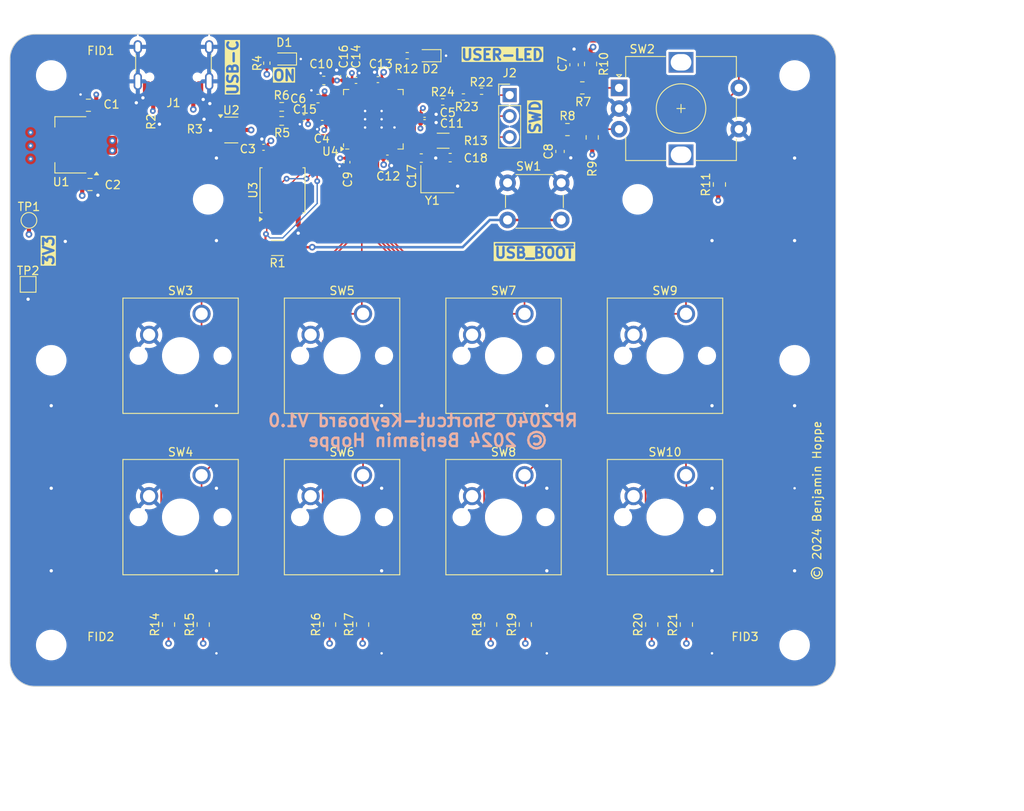
<source format=kicad_pcb>
(kicad_pcb (version 20240108) (generator "pcbnew") (generator_version "8.0")
  (title_block (title "PCB") (date "2025-02-02") (rev "V1") (company "© 2024 Benjamin Hoppe"))
  (layers (0 "F.Cu" signal) (1 "In1.Cu" power "GND.Cu") (2 "In2.Cu" power "POWER.Cu") (31 "B.Cu" signal) (34 "B.Paste" user) (35 "F.Paste" user) (36 "B.SilkS" user "B.Silkscreen") (37 "F.SilkS" user "F.Silkscreen") (38 "B.Mask" user) (39 "F.Mask" user) (44 "Edge.Cuts" user))
  (net 0 "")
  (net 1 "+1V1")
  (net 2 "GND")
  (net 3 "+3V3")
  (net 4 "VBUS")
  (net 5 "/MCU/XIN")
  (net 6 "Net-(D1-A)")
  (net 7 "Net-(D2-A)")
  (net 8 "/MCU/RUN")
  (net 9 "/MCU/SW.D")
  (net 10 "/MCU/SW.CLK")
  (net 11 "/MCU/USBC_D-")
  (net 12 "/MCU/USBC_D+")
  (net 15 "/MCU/~{USB_BOOT}")
  (net 16 "/MCU/QSPI.SS")
  (net 17 "/MCU/XOUT")
  (net 18 "/Connector/Key1")
  (net 19 "/Connector/Key2")
  (net 20 "/Connector/Key3")
  (net 21 "/Connector/Key4")
  (net 22 "/Connector/Key5")
  (net 23 "/Connector/Key6")
  (net 24 "/Connector/Key7")
  (net 25 "/Connector/Key8")
  (net 26 "Net-(U4-USB_DP)")
  (net 27 "/MCU/USER_LED")
  (net 28 "Net-(U4-USB_DM)")
  (net 29 "/MCU/ENC.B")
  (net 30 "/MCU/ENC.A")
  (net 47 "/MCU/QSPI.SD3")
  (net 48 "/MCU/QSPI.SCLK")
  (net 49 "/MCU/QSPI.SD0")
  (net 50 "/MCU/QSPI.SD2")
  (net 51 "/MCU/QSPI.SD1")
  (net 52 "/MCU/USB_D+")
  (net 53 "/MCU/USB_D-")
  (net 56 "/MCU/ENCODER.B")
  (net 57 "/MCU/ENCODER.A")
  (net 58 "/MCU/ENCODERSW")
  (net 59 "Net-(C18-Pad1)")
  (net 60 "/MCU/RUN_CON")
  (net 61 "/MCU/SW_CON")
  (net 62 "/MCU/SWCLK_CON")
  (net 63 "/MCU/USB_CON_CC2")
  (net 64 "/MCU/USB_CON_CC1")
  (footprint "TestPoint:TestPoint_Pad_D1.5mm" (layer "F.Cu") (at 37.3 60.55)
    (property "Reference" "TP1")
    (property "Value" "TP_3V3")
  )
  (footprint "Capacitor_SMD:C_0603_1608Metric" (layer "F.Cu") (at 101.6 52.2 -90)
    (property "Reference" "C8")
    (property "Value" "10nF")
  )
  (footprint "Capacitor_SMD:C_0603_1608Metric" (layer "F.Cu") (at 103.3 41.7 90)
    (property "Reference" "C7")
    (property "Value" "10nF")
  )
  (footprint "Capacitor_SMD:C_0402_1005Metric" (layer "F.Cu") (at 85.2 47.7)
    (property "Reference" "C5")
    (property "Value" "100nF")
  )
  (footprint "Button_Switch_Keyboard:SW_Cherry_MX_1.00u_PCB" (layer "F.Cu") (at 116.85 71.87)
    (property "Reference" "SW9")
    (property "Value" "SW_Push")
  )
  (footprint "Resistor_SMD:R_1206_3216Metric" (layer "F.Cu") (at 67.4 63.9 180)
    (property "Reference" "R1")
    (property "Value" "1k")
  )
  (footprint "TestPoint:TestPoint_Pad_1.5x1.5mm" (layer "F.Cu") (at 37.2 68.3)
    (property "Reference" "TP2")
    (property "Value" "TP_GND")
  )
  (footprint "Resistor_SMD:R_0805_2012Metric" (layer "F.Cu") (at 77.7 109.5125 90)
    (property "Reference" "R17")
    (property "Value" "10k")
  )
  (footprint "Button_Switch_Keyboard:SW_Cherry_MX_1.00u_PCB" (layer "F.Cu") (at 97.3 91.42)
    (property "Reference" "SW8")
    (property "Value" "SW_Push")
  )
  (footprint "MountingHole:MountingHole_3.2mm_M3" (layer "F.Cu") (at 40 112)
    (property "Reference" "H4" (hide yes))
    (property "Value" "MountingHole")
  )
  (footprint "Resistor_SMD:R_0402_1005Metric" (layer "F.Cu") (at 92.1 44.9)
    (property "Reference" "R22")
    (property "Value" "49R9")
  )
  (footprint "Capacitor_SMD:C_0805_2012Metric" (layer "F.Cu") (at 44.5 46.6 180)
    (property "Reference" "C1")
    (property "Value" "10uF")
  )
  (footprint "Capacitor_SMD:C_0402_1005Metric" (layer "F.Cu") (at 70.6 48.1 180)
    (property "Reference" "C15")
    (property "Value" "100nF")
  )
  (footprint "Resistor_SMD:R_0603_1608Metric" (layer "F.Cu") (at 67.9 46.8)
    (property "Reference" "R6")
    (property "Value" "27")
  )
  (footprint "Resistor_SMD:R_1206_3216Metric" (layer "F.Cu") (at 87.45 50.9 180)
    (property "Reference" "R13")
    (property "Value" "1k")
  )
  (footprint "Resistor_SMD:R_0805_2012Metric" (layer "F.Cu") (at 112.7 109.5125 90)
    (property "Reference" "R20")
    (property "Value" "10k")
  )
  (footprint "Capacitor_SMD:C_0402_1005Metric" (layer "F.Cu") (at 85.2 48.7)
    (property "Reference" "C11")
    (property "Value" "100nF")
  )
  (footprint "Resistor_SMD:R_0805_2012Metric" (layer "F.Cu") (at 54.2 109.5125 90)
    (property "Reference" "R14")
    (property "Value" "10k")
  )
  (footprint "LED_SMD:LED_0603_1608Metric" (layer "F.Cu") (at 85.7 40.6 180)
    (property "Reference" "D2")
    (property "Value" "KT-0603R (red)")
  )
  (footprint "Capacitor_SMD:C_0402_1005Metric" (layer "F.Cu") (at 72.8 48.8 180)
    (property "Reference" "C4")
    (property "Value" "100nF")
  )
  (footprint "Capacitor_SMD:C_0402_1005Metric" (layer "F.Cu") (at 65.7 51.7 180)
    (property "Reference" "C3")
    (property "Value" "100nF")
  )
  (footprint "Button_Switch_Keyboard:SW_Cherry_MX_1.00u_PCB" (layer "F.Cu") (at 58.2 71.87)
    (property "Reference" "SW3")
    (property "Value" "SW_Push")
  )
  (footprint "Resistor_SMD:R_0402_1005Metric" (layer "F.Cu") (at 87.4 46.2)
    (property "Reference" "R24")
    (property "Value" "49R9")
  )
  (footprint "Capacitor_SMD:C_0402_1005Metric" (layer "F.Cu") (at 75.4 43.1 90)
    (property "Reference" "C16")
    (property "Value" "100nF")
  )
  (footprint "Resistor_SMD:R_0805_2012Metric" (layer "F.Cu") (at 105.5 50.5 90)
    (property "Reference" "R9")
    (property "Value" "10k")
  )
  (footprint "Resistor_SMD:R_0805_2012Metric" (layer "F.Cu") (at 93.2 109.5125 90)
    (property "Reference" "R18")
    (property "Value" "10k")
  )
  (footprint "Resistor_SMD:R_0805_2012Metric" (layer "F.Cu") (at 73.7 109.5125 90)
    (property "Reference" "R16")
    (property "Value" "10k")
  )
  (footprint "Capacitor_SMD:C_0603_1608Metric" (layer "F.Cu") (at 88.3 52.95 180)
    (property "Reference" "C18")
    (property "Value" "15pF")
  )
  (footprint "Resistor_SMD:R_0402_1005Metric" (layer "F.Cu") (at 66.1 41.5 90)
    (property "Reference" "R4")
    (property "Value" "220")
  )
  (footprint "MountingHole:MountingHole_3.2mm_M3" (layer "F.Cu") (at 130 43)
    (property "Reference" "H2" (hide yes))
    (property "Value" "MountingHole")
  )
  (footprint "Fiducial:Fiducial_1mm_Mask2mm" (layer "F.Cu") (at 46 42)
    (property "Reference" "FID1")
    (property "Value" "Fiducial")
  )
  (footprint "Resistor_SMD:R_0805_2012Metric" (layer "F.Cu") (at 58.4 109.5125 90)
    (property "Reference" "R15")
    (property "Value" "10k")
  )
  (footprint "Resistor_SMD:R_0201_0603Metric" (layer "F.Cu") (at 53.1 47.7 -90)
    (property "Reference" "R2")
    (property "Value" "5k1")
  )
  (footprint "Capacitor_SMD:C_0402_1005Metric" (layer "F.Cu") (at 76.9 43.6)
    (property "Reference" "C14")
    (property "Value" "100nF")
  )
  (footprint "Capacitor_SMD:C_0603_1608Metric" (layer "F.Cu") (at 72.3 45.8 180)
    (property "Reference" "C6")
    (property "Value" "1uF")
  )
  (footprint "Resistor_SMD:R_0402_1005Metric" (layer "F.Cu") (at 83.1 40.6)
    (property "Reference" "R12")
    (property "Value" "470")
  )
  (footprint "Capacitor_SMD:C_0603_1608Metric" (layer "F.Cu") (at 84.8 53)
    (property "Reference" "C17")
    (property "Value" "15pF")
  )
  (footprint "Resistor_SMD:R_0402_1005Metric" (layer "F.Cu") (at 89.9 45.6)
    (property "Reference" "R23")
    (property "Value" "49R9")
  )
  (footprint "Package_TO_SOT_SMD:SOT-223-3_TabPin2" (layer "F.Cu") (at 42.35 51.4 180)
    (property "Reference" "U1")
    (property "Value" "NCP1117-3.3_SOT223")
  )
  (footprint "Fiducial:Fiducial_1mm_Mask2mm" (layer "F.Cu") (at 124 113)
    (property "Reference" "FID3")
    (property "Value" "Fiducial")
  )
  (footprint "LED_SMD:LED_0603_1608Metric" (layer "F.Cu") (at 68.2125 41 180)
    (property "Reference" "D1")
    (property "Value" "SML-D12Y8WT86R (yellow)")
  )
  (footprint "Button_Switch_Keyboard:SW_Cherry_MX_1.00u_PCB" (layer "F.Cu") (at 77.75 71.87)
    (property "Reference" "SW5")
    (property "Value" "SW_Push")
  )
  (footprint "Capacitor_SMD:C_0805_2012Metric" (layer "F.Cu") (at 44.7 56.2)
    (property "Reference" "C2")
    (property "Value" "10uF")
  )
  (footprint "MountingHole:MountingHole_3.2mm_M3" (layer "F.Cu") (at 40 43)
    (property "Reference" "H1" (hide yes))
    (property "Value" "MountingHole")
  )
  (footprint "Button_Switch_Keyboard:SW_Cherry_MX_1.00u_PCB" (layer "F.Cu") (at 77.75 91.42)
    (property "Reference" "SW6")
    (property "Value" "SW_Push")
  )
  (footprint "Capacitor_SMD:C_0402_1005Metric" (layer "F.Cu") (at 79.55 43.5 180)
    (property "Reference" "C13")
    (property "Value" "100nF")
  )
  (footprint "Fiducial:Fiducial_1mm_Mask2mm" (layer "F.Cu") (at 46 113)
    (property "Reference" "FID2")
    (property "Value" "Fiducial")
  )
  (footprint "Resistor_SMD:R_0805_2012Metric" (layer "F.Cu") (at 104.3 44.5)
    (property "Reference" "R7")
    (property "Value" "10k")
  )
  (footprint "Button_Switch_THT:SW_PUSH_6mm_H5mm" (layer "F.Cu") (at 95.25 56)
    (property "Reference" "SW1")
    (property "Value" "SW_Push")
  )
  (footprint "MountingHole:MountingHole_3.2mm_M3" (layer "F.Cu") (at 130 77.5)
    (property "Reference" "H8" (hide yes))
    (property "Value" "MountingHole")
  )
  (footprint "Package_TO_SOT_SMD:SOT-23-6" (layer "F.Cu") (at 61.8 49.6)
    (property "Reference" "U2")
    (property "Value" "USBLC6-2SC6")
  )
  (footprint "Button_Switch_Keyboard:SW_Cherry_MX_1.00u_PCB" (layer "F.Cu") (at 116.85 91.42)
    (property "Reference" "SW10")
    (property "Value" "SW_Push")
  )
  (footprint "Resistor_SMD:R_0805_2012Metric" (layer "F.Cu") (at 116.9 109.5125 90)
    (property "Reference" "R21")
    (property "Value" "10k")
  )
  (footprint "Rotary_Encoder:RotaryEncoder_Alps_EC12E-Switch_Vertical_H20mm" (layer "F.Cu") (at 108.75 44.5)
    (property "Reference" "SW2")
    (property "Value" "RotaryEncoder_Switch")
  )
  (footprint "Capacitor_SMD:C_0603_1608Metric" (layer "F.Cu") (at 73 43.6 180)
    (property "Reference" "C10")
    (property "Value" "1uF")
  )
  (footprint "Package_SO:SOIC-8_5.23x5.23mm_P1.27mm" (layer "F.Cu") (at 68 56.9 90)
    (property "Reference" "U3")
    (property "Value" "W25Q128JVS")
  )
  (footprint "Resistor_SMD:R_0603_1608Metric" (layer "F.Cu") (at 67.9 48.5)
    (property "Reference" "R5")
    (property "Value" "27")
  )
  (footprint "Package_DFN_QFN:QFN-56-1EP_7x7mm_P0.4mm_EP3.2x3.2mm" (layer "F.Cu") (at 79 48.3 90)
    (property "Reference" "U4")
    (property "Value" "RP2040")
  )
  (footprint "Resistor_SMD:R_0805_2012Metric" (layer "F.Cu") (at 105.3 41.6 -90)
    (property "Reference" "R10")
    (property "Value" "10k")
  )
  (footprint "Resistor_SMD:R_0805_2012Metric" (layer "F.Cu") (at 120.9 56.2 90)
    (property "Reference" "R11")
    (property "Value" "10k")
  )
  (footprint "Resistor_SMD:R_0201_0603Metric" (layer "F.Cu") (at 57.38 48.4)
    (property "Reference" "R3")
    (property "Value" "5k1")
  )
  (footprint "MountingHole:MountingHole_3.2mm_M3" (layer "F.Cu") (at 111 58)
    (property "Reference" "H6" (hide yes))
    (property "Value" "MountingHole")
  )
  (footprint "MountingHole:MountingHole_3.2mm_M3" (layer "F.Cu") (at 59 58)
    (property "Reference" "H5" (hide yes))
    (property "Value" "MountingHole")
  )
  (footprint "Connector_PinHeader_2.54mm:PinHeader_1x03_P2.54mm_Vertical" (layer "F.Cu") (at 95.5 45.375)
    (property "Reference" "J2")
    (property "Value" "Conn_01x03")
  )
  (footprint "Button_Switch_Keyboard:SW_Cherry_MX_1.00u_PCB" (layer "F.Cu") (at 58.2 91.42)
    (property "Reference" "SW4")
    (property "Value" "SW_Push")
  )
  (footprint "MountingHole:MountingHole_3.2mm_M3" (layer "F.Cu") (at 130 112)
    (property "Reference" "H3" (hide yes))
    (property "Value" "MountingHole")
  )
  (footprint "Resistor_SMD:R_0805_2012Metric" (layer "F.Cu") (at 102.5 49.55)
    (property "Reference" "R8")
    (property "Value" "10k")
  )
  (footprint "Button_Switch_Keyboard:SW_Cherry_MX_1.00u_PCB" (layer "F.Cu") (at 97.3 71.87)
    (property "Reference" "SW7")
    (property "Value" "SW_Push")
  )
  (footprint "Connector_USB:USB_C_Receptacle_XKB_U262-16XN-4BVC11" (layer "F.Cu") (at 54.8 40.6 180)
    (property "Reference" "J1")
    (property "Value" "USB_C_Receptacle_USB2.0_16P")
  )
  (footprint "Capacitor_SMD:C_0402_1005Metric" (layer "F.Cu") (at 80.7 53)
    (property "Reference" "C12")
    (property "Value" "100nF")
  )
  (footprint "Capacitor_SMD:C_0402_1005Metric" (layer "F.Cu") (at 75.8 53.5 -90)
    (property "Reference" "C9")
    (property "Value" "100nF")
  )
  (footprint "Resistor_SMD:R_0805_2012Metric" (layer "F.Cu") (at 97.4 109.5125 90)
    (property "Reference" "R19")
    (property "Value" "10k")
  )
  (footprint "MountingHole:MountingHole_3.2mm_M3" (layer "F.Cu") (at 40 77.5)
    (property "Reference" "H7" (hide yes))
    (property "Value" "MountingHole")
  )
  (footprint "Crystal:Crystal_SMD_3225-4Pin_3.2x2.5mm" (layer "F.Cu") (at 86.75 55.55)
    (property "Reference" "Y1")
    (property "Value" "ABM8-272-T3")
  )
  (gr_line (start 132 117) (end 38 117) (stroke (width 0.1)) (layer "Edge.Cuts"))
  (gr_arc (start 35 41) (mid 35.87868 38.87868) (end 38 38) (stroke (width 0.1)) (layer "Edge.Cuts"))
  (gr_line (start 35 114) (end 35 41) (stroke (width 0.1)) (layer "Edge.Cuts"))
  (gr_arc (start 38 117) (mid 35.87868 116.12132) (end 35 114) (stroke (width 0.1)) (layer "Edge.Cuts"))
  (gr_arc (start 135 114) (mid 134.12132 116.12132) (end 132 117) (stroke (width 0.1)) (layer "Edge.Cuts"))
  (gr_line (start 135 41) (end 135 114) (stroke (width 0.1)) (layer "Edge.Cuts"))
  (gr_line (start 132 38) (end 38 38) (stroke (width 0.1)) (layer "Edge.Cuts"))
  (gr_arc (start 132 38) (mid 134.12132 38.87868) (end 135 41) (stroke (width 0.1)) (layer "Edge.Cuts"))
  (gr_text "RP2040 Shortcut-Keyboard V1.0\n© 2024 Benjamin Hoppe " (at 85 86 0) (layer "B.SilkS") (effects (font (size 1.5 1.5) (thickness 0.3) (bold yes)) (justify mirror)))
  (gr_text "USB-C" (at 62 45.5 90) (layer "F.SilkS" knockout) (effects (font (size 1.25 1.25) (thickness 0.3) (bold yes)) (justify left)))
  (gr_text "ON" (at 68.2125 43 0) (layer "F.SilkS" knockout) (effects (font (size 1.25 1.25) (thickness 0.3) (bold yes))))
  (gr_text "3V3" (at 39.7 64.2 90) (layer "F.SilkS" knockout) (effects (font (size 1.25 1.25) (thickness 0.3) (bold yes))))
  (gr_text "© 2024 Benjamin Hoppe" (at 133.3 94.5 90) (layer "F.SilkS") (effects (font (size 1 1)) (justify bottom)))
  (gr_text "SWD" (at 98.6 48 90) (layer "F.SilkS" knockout) (effects (font (size 1.25 1.25) (thickness 0.3) (bold yes))))
  (gr_text "USER-LED" (at 94.6 40.5 0) (layer "F.SilkS" knockout) (effects (font (size 1.25 1.25) (thickness 0.3) (bold yes))))
  (gr_text "~{USB_BOOT}" (at 98.5 64.5 0) (layer "F.SilkS" knockout) (effects (font (size 1.25 1.25) (thickness 0.3) (bold yes))))
  (segment (start 74.1 48.5) (end 73.8 48.8) (width 0.2) (layer "F.Cu") (net 1))
  (segment (start 74 45.8) (end 73.075 45.8) (width 0.2) (layer "F.Cu") (net 1))
  (segment (start 73.28 49.368758) (end 73.28 48.8) (width 0.3) (layer "F.Cu") (net 1))
  (segment (start 75.5625 48.5) (end 74.1 48.5) (width 0.2) (layer "F.Cu") (net 1))
  (segment (start 73.1 44.9) (end 73.075 44.925) (width 0.5) (layer "F.Cu") (net 1))
  (segment (start 84.72 47.23) (end 84.72 47.7) (width 0.2) (layer "F.Cu") (net 1))
  (segment (start 73.075 44.925) (end 73.075 45.8) (width 0.5) (layer "F.Cu") (net 1))
  (segment (start 74.7 46.5) (end 74 45.8) (width 0.2) (layer "F.Cu") (net 1))
  (segment (start 82.4375 47.7) (end 84.72 47.7) (width 0.2) (layer "F.Cu") (net 1))
  (segment (start 73.043455 49.605303) (end 73.28 49.368758) (width 0.3) (layer "F.Cu") (net 1))
  (segment (start 85.000743 46.949258) (end 85.000742 46.949258) (width 0.2) (layer "F.Cu") (net 1))
  (segment (start 75.5625 46.5) (end 74.7 46.5) (width 0.2) (layer "F.Cu") (net 1))
  (segment (start 73.8 48.8) (end 73.28 48.8) (width 0.2) (layer "F.Cu") (net 1))
  (segment (start 85.000742 46.949258) (end 84.72 47.23) (width 0.2) (layer "F.Cu") (net 1))
  (via (at 85.000743 46.949258) (size 0.7) (drill 0.3) (layers "F.Cu" "B.Cu") (net 1))
  (via (at 73.043455 49.605303) (size 0.7) (drill 0.3) (layers "F.Cu" "B.Cu") (net 1))
  (via (at 73.1 44.9) (size 0.7) (drill 0.3) (layers "F.Cu" "B.Cu") (net 1))
  (segment (start 74.82 42.62) (end 75.4 42.62) (width 0.3) (layer "F.Cu") (net 2))
  (segment (start 69.905 62.1) (end 69.905 60.5) (width 0.25) (layer "F.Cu") (net 2))
  (segment (start 86.4875 40.6) (end 87.8 40.6) (width 0.5) (layer "F.Cu") (net 2))
  (segment (start 51.1 45.7) (end 51.45 45.35) (width 0.5) (layer "F.Cu") (net 2))
  (segment (start 81.18 53) (end 81.18 53.897504) (width 0.3) (layer "F.Cu") (net 2))
  (segment (start 37.2 68.3) (end 37.2 70.1) (width 0.5) (layer "F.Cu") (net 2))
  (segment (start 45.65 56.2) (end 45.65 57.5) (width 0.5) (layer "F.Cu") (net 2))
  (segment (start 57.7 48.4) (end 58.4 48.4) (width 0.2) (layer "F.Cu") (net 2))
  (segment (start 72.2 49.5) (end 72.32 49.38) (width 0.3) (layer "F.Cu") (net 2))
  (segment (start 79.15 42.6) (end 79.07 42.68) (width 0.3) (layer "F.Cu") (net 2))
  (segment (start 72.225 43.115) (end 72.225 43.6) (width 0.5) (layer "F.Cu") (net 2))
  (segment (start 45.5 56.05) (end 45.65 56.2) (width 0.2) (layer "F.Cu") (net 2))
  (segment (start 58.4 45.9) (end 58 45.5) (width 0.5) (layer "F.Cu") (net 2))
  (segment (start 74.9 53.98) (end 75.8 53.98) (width 0.3) (layer "F.Cu") (net 2))
  (segment (start 58 45.5) (end 58 44.62) (width 0.5) (layer "F.Cu") (net 2))
  (segment (start 71.5 44.8) (end 71.5 45.775) (width 0.5) (layer "F.Cu") (net 2))
  (segment (start 85.65 54.35) (end 86.55 53.45) (width 0.5) (layer "F.Cu") (net 2))
  (segment (start 103.3 40.925) (end 103.3 39.8) (width 0.5) (layer "F.Cu") (net 2))
  (segment (start 81.564679 49.3) (end 81.557358 49.292679) (width 0.2) (layer "F.Cu") (net 2))
  (segment (start 59.339645 49.6) (end 59.289645 49.65) (width 0.5) (layer "F.Cu") (net 2))
  (segment (start 77.38 42.78) (end 77.38 43.6) (width 0.3) (layer "F.Cu") (net 2))
  (segment (start 85.65 54.7) (end 85.65 54.35) (width 0.5) (layer "F.Cu") (net 2))
  (segment (start 43.55 45.3) (end 43.55 46.6) (width 0.5) (layer "F.Cu") (net 2))
  (segment (start 70.12 48.1) (end 70.12 48.88) (width 0.3) (layer "F.Cu") (net 2))
  (segment (start 87.85 56.4) (end 89.2 56.4) (width 0.5) (layer "F.Cu") (net 2))
  (segment (start 72.32 49.38) (end 72.32 48.8) (width 0.3) (layer "F.Cu") (net 2))
  (segment (start 65.22 50.98) (end 65.22 51.7) (width 0.25) (layer "F.Cu") (net 2))
  (segment (start 69 41) (end 70.2125 41) (width 0.5) (layer "F.Cu") (net 2))
  (segment (start 101.6 52.975) (end 102.9 52.975) (width 0.5) (layer "F.Cu") (net 2))
  (segment (start 60.6625 49.6) (end 59.339645 49.6) (width 0.5) (layer "F.Cu") (net 2))
  (segment (start 53.1 48.9) (end 53.1 48.02) (width 0.25) (layer "F.Cu") (net 2))
  (segment (start 77.3 42.7) (end 77.38 42.78) (width 0.3) (layer "F.Cu") (net 2))
  (segment (start 79.07 42.68) (end 79.07 43.5) (width 0.3) (layer "F.Cu") (net 2))
  (segment (start 58.4 48.4) (end 58.5 48.3) (width 0.2) (layer "F.Cu") (net 2))
  (segment (start 74.55 42.35) (end 74.82 42.62) (width 0.3) (layer "F.Cu") (net 2))
  (segment (start 70.12 48.88) (end 70.1 48.9) (width 0.3) (layer "F.Cu") (net 2))
  (segment (start 45.5 53.7) (end 45.5 56.05) (width 0.5) (layer "F.Cu") (net 2))
  (segment (start 65.5 50.7) (end 65.22 50.98) (width 0.25) (layer "F.Cu") (net 2))
  (segment (start 81.18 53.897504) (end 81.193495 53.910999) (width 0.2) (layer "F.Cu") (net 2))
  (segment (start 72.62 42.72) (end 72.225 43.115) (width 0.5) (layer "F.Cu") (net 2))
  (segment (start 51.45 45.35) (end 51.45 44.27) (width 0.5) (layer "F.Cu") (net 2))
  (segment (start 71.5 45.775) (end 71.525 45.8) (width 0.5) (layer "F.Cu") (net 2))
  (segment (start 82.4375 49.3) (end 81.564679 49.3) (width 0.2) (layer "F.Cu") (net 2))
  (segment (start 86.55 53.45) (end 86.55 53) (width 0.5) (layer "F.Cu") (net 2))
  (segment (start 45.65 57.75) (end 45.65 57.5) (width 0.2) (layer "F.Cu") (net 2))
  (via (at 100 83) (size 0.8) (drill 0.4) (layers "F.Cu" "B.Cu") (net 2))
  (via (at 65.5 50.7) (size 0.8) (drill 0.4) (layers "F.Cu" "B.Cu") (net 2))
  (via (at 40 83) (size 0.8) (drill 0.4) (layers "F.Cu" "B.Cu") (net 2))
  (via (at 103.3 39.8) (size 0.8) (drill 0.4) (layers "F.Cu" "B.Cu") (net 2))
  (via (at 87.8 40.6) (size 0.7) (drill 0.3) (layers "F.Cu" "B.Cu") (net 2))
  (via (at 78 47.3) (size 0.7) (drill 0.3) (layers "F.Cu" "B.Cu") (net 2))
  (via (at 60 83) (size 0.8) (drill 0.4) (layers "F.Cu" "B.Cu") (net 2))
  (via (at 37.2 70.1) (size 0.8) (drill 0.4) (layers "F.Cu" "B.Cu") (net 2))
  (via (at 86.55 53) (size 0.8) (drill 0.4) (layers "F.Cu" "B.Cu") (net 2))
  (via (at 60 63) (size 0.8) (drill 0.4) (layers "F.Cu" "B.Cu") (net 2))
  (via (at 74.55 42.35) (size 0.8) (drill 0.4) (layers "F.Cu" "B.Cu") (net 2))
  (via (at 80 48.3) (size 0.7) (drill 0.3) (layers "F.Cu" "B.Cu") (net 2))
  (via (at 100 93) (size 0.8) (drill 0.4) (layers "F.Cu" "B.Cu") (net 2))
  (via (at 89.2 56.4) (size 0.8) (drill 0.4) (layers "F.Cu" "B.Cu") (net 2))
  (via (at 120 63) (size 0.8) (drill 0.4) (layers "F.Cu" "B.Cu") (net 2))
  (via (at 80 49.3) (size 0.7) (drill 0.3) (layers "F.Cu" "B.Cu") (net 2))
  (via (at 79.15 42.6) (size 0.8) (drill 0.4) (layers "F.Cu" "B.Cu") (net 2))
  (via (at 60 113) (size 0.7) (drill 0.3) (layers "F.Cu" "B.Cu") (net 2))
  (via (at 59.2 46.4) (size 0.8) (drill 0.4) (layers "F.Cu" "B.Cu") (net 2))
  (via (at 86.6 48.7) (size 0.8) (drill 0.4) (layers "F.Cu" "B.Cu") (net 2))
  (via (at 78 49.3) (size 0.7) (drill 0.3) (layers "F.Cu" "B.Cu") (net 2))
  (via (at 72.62 42.72) (size 0.7) (drill 0.3) (layers "F.Cu" "B.Cu") (net 2))
  (via (at 80 113) (size 0.7) (drill 0.3) (layers "F.Cu" "B.Cu") (net 2))
  (via (at 71.5 44.8) (size 0.7) (drill 0.3) (layers "F.Cu" "B.Cu") (net 2))
  (via (at 60 53) (size 0.8) (drill 0.4) (layers "F.Cu" "B.Cu") (net 2))
  (via (at 72.2 49.5) (size 0.7) (drill 0.3) (layers "F.Cu" "B.Cu") (net 2))
  (via (at 43.55 45.3) (size 0.7) (drill 0.3) (layers "F.Cu" "B.Cu") (net 2))
  (via (at 74.9 53.98) (size 0.7) (drill 0.3) (layers "F.Cu" "B.Cu") (net 2))
  (via (at 41.7 63.1) (size 0.8) (drill 0.4) (layers "F.Cu" "B.Cu") (net 2))
  (via (at 86.6 47.7) (size 0.8) (drill 0.4) (layers "F.Cu" "B.Cu") (net 2))
  (via (at 40 93) (size 0.8) (drill 0.4) (layers "F.Cu" "B.Cu") (net 2))
  (via (at 70.2125 41) (size 0.7) (drill 0.3) (layers "F.Cu" "B.Cu") (net 2))
  (via (at 40 103) (size 0.8) (drill 0.4) (layers "F.Cu" "B.Cu") (net 2))
  (via (at 80 83) (size 0.8) (drill 0.4) (layers "F.Cu" "B.Cu") (net 2))
  (via (at 60 103) (size 0.8) (drill 0.4) (layers "F.Cu" "B.Cu") (net 2))
  (via (at 130 93) (size 0.7) (drill 0.3) (layers "F.Cu" "B.Cu") (net 2))
  (via (at 130 103) (size 0.8) (drill 0.4) (layers "F.Cu" "B.Cu") (net 2))
  (via (at 130 53) (size 0.8) (drill 0.4) (layers "F.Cu" "B.Cu") (net 2))
  (via (at 120 103) (size 0.8) (drill 0.4) (layers "F.Cu" "B.Cu") (net 2))
  (via (at 81.557358 49.292679) (size 0.7) (drill 0.3) (layers "F.Cu" "B.Cu") (net 2))
  (via (at 53.1 48.9) (size 0.8) (drill 0.4) (layers "F.Cu" "B.Cu") (net 2))
  (via (at 120 113) (size 0.7) (drill 0.3) (layers "F.Cu" "B.Cu") (net 2))
  (via (at 69.905 62.1) (size 0.8) (drill 0.4) (layers "F.Cu" "B.Cu") (net 2))
  (via (at 58.4 45.9) (size 0.8) (drill 0.4) (layers "F.Cu" "B.Cu") (net 2))
  (via (at 120 93) (size 0.8) (drill 0.4) (layers "F.Cu" "B.Cu") (net 2))
  (via (at 80 47.3) (size 0.7) (drill 0.3) (layers "F.Cu" "B.Cu") (net 2))
  (via (at 130 83) (size 0.8) (drill 0.4) (layers "F.Cu" "B.Cu") (net 2))
  (via (at 81.193495 53.910999) (size 0.8) (drill 0.4) (layers "F.Cu" "B.Cu") (net 2))
  (via (at 100 113) (size 0.7) (drill 0.3) (layers "F.Cu" "B.Cu") (net 2))
  (via (at 102.9 52.975) (size 0.8) (drill 0.4) (layers "F.Cu" "B.Cu") (net 2))
  (via (at 45.65 57.5) (size 0.8) (drill 0.4) (layers "F.Cu" "B.Cu") (net 2))
  (via (at 130 63) (size 0.8) (drill 0.4) (layers "F.Cu" "B.Cu") (net 2))
  (via (at 51.1 45.7) (size 0.8) (drill 0.4) (layers "F.Cu" "B.Cu") (net 2))
  (via (at 60 93) (size 0.8) (drill 0.4) (layers "F.Cu" "B.Cu") (net 2))
  (via (at 80 93) (size 0.8) (drill 0.4) (layers "F.Cu" "B.Cu") (net 2))
  (via (at 77.3 42.7) (size 0.7) (drill 0.3) (layers "F.Cu" "B.Cu") (net 2))
  (via (at 70.1 48.9) (size 0.7) (drill 0.3) (layers "F.Cu" "B.Cu") (net 2))
  (via (at 120 83) (size 0.8) (drill 0.4) (layers "F.Cu" "B.Cu") (net 2))
  (via (at 100 103) (size 0.8) (drill 0.4) (layers "F.Cu" "B.Cu") (net 2))
  (via (at 58.5 48.3) (size 0.8) (drill 0.4) (layers "F.Cu" "B.Cu") (net 2))
  (via (at 78 48.3) (size 0.7) (drill 0.3) (layers "F.Cu" "B.Cu") (net 2))
  (via (at 59.289645 49.65) (size 0.8) (drill 0.4) (layers "F.Cu" "B.Cu") (net 2))
  (via (at 80 103) (size 0.8) (drill 0.4) (layers "F.Cu" "B.Cu") (net 2))
  (via (at 50.3 46.3) (size 0.8) (drill 0.4) (layers "F.Cu" "B.Cu") (net 2))
  (segment (start 75.4 43.58) (end 74.62 43.58) (width 0.3) (layer "F.Cu") (net 3))
  (segment (start 112.7 110.425) (end 112.7 111.8) (width 0.25) (layer "F.Cu") (net 3))
  (segment (start 80.2 52.40065) (end 80 52.20065) (width 0.2) (layer "F.Cu") (net 3))
  (segment (start 80.2 52.98) (end 80.2 52.40065) (width 0.2) (layer "F.Cu") (net 3))
  (segment (start 66.2 51.3) (end 66.2 51.68) (width 0.25) (layer "F.Cu") (net 3))
  (segment (start 37.3 60.55) (end 37.3 62.25) (width 0.5) (layer "F.Cu") (net 3))
  (segment (start 66.1 42.01) (end 66.1 42.85) (width 0.25) (layer "F.Cu") (net 3))
  (segment (start 77.7 110.425) (end 77.7 111.8) (width 0.25) (layer "F.Cu") (net 3))
  (segment (start 76.4 43.62) (end 76.42 43.6) (width 0.2) (layer "F.Cu") (net 3))
  (segment (start 105.3 39.85) (end 105.3 40.6875) (width 0.5) (layer "F.Cu") (net 3))
  (segment (start 43.75 57.55) (end 43.75 56.2) (width 0.5) (layer "F.Cu") (net 3))
  (segment (start 74.6 45) (end 73.775 44.175) (width 0.2) (layer "F.Cu") (net 3))
  (segment (start 75.5625 45.7) (end 75.5625 44.4625) (width 0.2) (layer "F.Cu") (net 3))
  (segment (start 75.4 44.3) (end 75.4 43.58) (width 0.2) (layer "F.Cu") (net 3))
  (segment (start 74.6 43.6) (end 73.775 43.6) (width 0.5) (layer "F.Cu") (net 3))
  (segment (start 74.7 47.7) (end 74.4 48) (width 0.2) (layer "F.Cu") (net 3))
  (segment (start 75.5625 46.1) (end 75 46.1) (width 0.2) (layer "F.Cu") (net 3))
  (segment (start 75.5625 48.1) (end 74.4 48.1) (width 0.2) (layer "F.Cu") (net 3))
  (segment (start 83.8 48.1) (end 84.4 48.7) (width 0.2) (layer "F.Cu") (net 3))
  (segment (start 76.4 44.8625) (end 76.4 43.62) (width 0.2) (layer "F.Cu") (net 3))
  (segment (start 84.7 48.72) (end 84.72 48.7) (width 0.2) (layer "F.Cu") (net 3))
  (segment (start 74.6 45.7) (end 74.6 45) (width 0.2) (layer "F.Cu") (net 3))
  (segment (start 71.08 48.88) (end 71.1 48.9) (width 0.3) (layer "F.Cu") (net 3))
  (segment (start 74.4 48) (end 74.4 48.1) (width 0.2) (layer "F.Cu") (net 3))
  (segment (start 93.2 110.425) (end 93.2 111.8) (width 0.25) (layer "F.Cu") (net 3))
  (segment (start 84.4 48.7) (end 84.72 48.7) (width 0.2) (layer "F.Cu") (net 3))
  (segment (start 66.095 51.785) (end 66.18 51.7) (width 0.25) (layer "F.Cu") (net 3))
  (segment (start 80 52.20065) (end 80 51.7375) (width 0.2) (layer "F.Cu") (net 3))
  (segment (start 120.75 58.15) (end 120.75 57.2625) (width 0.5) (layer "F.Cu") (net 3))
  (segment (start 75 46.1) (end 74.6 45.7) (width 0.2) (layer "F.Cu") (net 3))
  (segment (start 80.25 42.6) (end 80.03 42.82) (width 0.3) (layer "F.Cu") (net 3))
  (segment (start 80.03 42.82) (end 80.03 43.5) (width 0.3) (layer "F.Cu") (net 3))
  (segment (start 75.8 53.02) (end 74.97871 53.02) (width 0.3) (layer "F.Cu") (net 3))
  (segment (start 73.7 110.425) (end 73.7 111.8) (width 0.25) (layer "F.Cu") (net 3))
  (segment (start 74.62 43.58) (end 74.6 43.6) (width 0.2) (layer "F.Cu") (net 3))
  (segment (start 76.4 42.7) (end 76.42 42.72) (width 0.2) (layer "F.Cu") (net 3))
  (segment (start 80 43.53) (end 80.03 43.5) (width 0.2) (layer "F.Cu") (net 3))
  (segment (start 116.9 110.425) (end 116.9 111.8) (width 0.25) (layer "F.Cu") (net 3))
  (segment (start 73.775 44.175) (end 73.775 43.6) (width 0.2) (layer "F.Cu") (net 3))
  (segment (start 82.4375 48.1) (end 83.8 48.1) (width 0.2) (layer "F.Cu") (net 3))
  (segment (start 76.4 52.7) (end 76.4 51.7375) (width 0.2) (layer "F.Cu") (net 3))
  (segment (start 105.6 39.55) (end 105.3 39.85) (width 0.5) (layer "F.Cu") (net 3))
  (segment (start 54.2 110.425) (end 54.2 111.8) (width 0.25) (layer "F.Cu") (net 3))
  (segment (start 105.5 52.6) (end 105.5 51.4125) (width 0.5) (layer "F.Cu") (net 3))
  (segment (start 80 44.8625) (end 80 43.53) (width 0.2) (layer "F.Cu") (net 3))
  (segment (start 71.08 48.1) (end 71.08 48.88) (width 0.3) (layer "F.Cu") (net 3))
  (segment (start 80.22 53) (end 80.2 52.98) (width 0.2) (layer "F.Cu") (net 3))
  (segment (start 84.7 49.4) (end 84.7 48.72) (width 0.3) (layer "F.Cu") (net 3))
  (segment (start 75.8 53.02) (end 76.08 53.02) (width 0.2) (layer "F.Cu") (net 3))
  (segment (start 58.4 110.425) (end 58.4 111.8) (width 0.25) (layer "F.Cu") (net 3))
  (segment (start 121.3 57.1125) (end 120.9 57.1125) (width 0.3) (layer "F.Cu") (net 3))
  (segment (start 97.4 110.425) (end 97.4 111.8) (width 0.25) (layer "F.Cu") (net 3))
  (segment (start 75.5625 44.4625) (end 75.4 44.3) (width 0.2) (layer "F.Cu") (net 3))
  (segment (start 74.4 48.1) (end 71.08 48.1) (width 0.2) (layer "F.Cu") (net 3))
  (segment (start 120.75 57.2625) (end 120.9 57.1125) (width 0.5) (layer "F.Cu") (net 3))
  (segment (start 80.22 53) (end 80.22 53.77) (width 0.3) (layer "F.Cu") (net 3))
  (segment (start 66.095 53.3) (end 66.095 51.785) (width 0.25) (layer "F.Cu") (net 3))
  (segment (start 75.5625 47.7) (end 74.7 47.7) (width 0.2) (layer "F.Cu") (net 3))
  (segment (start 66.2 51.68) (end 66.18 51.7) (width 0.25) (layer "F.Cu") (net 3))
  (segment (start 76.42 42.72) (end 76.42 43.6) (width 0.3) (layer "F.Cu") (net 3))
  (segment (start 80.22 53.77) (end 80.25 53.8) (width 0.2) (layer "F.Cu") (net 3))
  (segment (start 76.08 53.02) (end 76.4 52.7) (width 0.2) (layer "F.Cu") (net 3))
  (segment (start 66.6 50.9) (end 66.2 51.3) (width 0.25) (layer "F.Cu") (net 3))
  (via (at 80.25 53.8) (size 0.8) (drill 0.4) (layers "F.Cu" "B.Cu") (net 3))
  (via (at 58.4 111.8) (size 0.8) (drill 0.4) (layers "F.Cu" "B.Cu") (net 3))
  (via (at 116.9 111.8) (size 0.8) (drill 0.4) (layers "F.Cu" "B.Cu") (net 3))
  (via (at 37.5 53.1) (size 0.7) (drill 0.3) (layers "F.Cu" "B.Cu") (net 3))
  (via (at 74.97871 53.02) (size 0.7) (drill 0.3) (layers "F.Cu" "B.Cu") (net 3))
  (via (at 37.5 49.9) (size 0.7) (drill 0.3) (layers "F.Cu" "B.Cu") (net 3))
  (via (at 66.1 42.85) (size 0.8) (drill 0.4) (layers "F.Cu" "B.Cu") (net 3))
  (via (at 84.7 49.4) (size 0.7) (drill 0.3) (layers "F.Cu" "B.Cu") (net 3))
  (via (at 77.7 111.8) (size 0.8) (drill 0.4) (layers "F.Cu" "B.Cu") (net 3))
  (via (at 120.75 58.15) (size 0.7) (drill 0.3) (layers "F.Cu" "B.Cu") (net 3))
  (via (at 80.25 42.6) (size 0.8) (drill 0.4) (layers "F.Cu" "B.Cu") (net 3))
  (via (at 76.4 42.7) (size 0.7) (drill 0.3) (layers "F.Cu" "B.Cu") (net 3))
  (via (at 47.4 50.9) (size 0.8) (drill 0.4) (layers "F.Cu" "B.Cu") (net 3))
  (via (at 112.7 111.8) (size 0.8) (drill 0.4) (layers "F.Cu" "B.Cu") (net 3))
  (via (at 105.6 39.55) (size 0.8) (drill 0.4) (layers "F.Cu" "B.Cu") (net 3))
  (via (at 74.6 43.6) (size 0.7) (drill 0.3) (layers "F.Cu" "B.Cu") (net 3))
  (via (at 71.1 48.9) (size 0.7) (drill 0.3) (layers "F.Cu" "B.Cu") (net 3))
  (via (at 54.2 111.8) (size 0.8) (drill 0.4) (layers "F.Cu" "B.Cu") (net 3))
  (via (at 47.4 52.1) (size 0.8) (drill 0.4) (layers "F.Cu" "B.Cu") (net 3))
  (via (at 97.4 111.8) (size 0.8) (drill 0.4) (layers "F.Cu" "B.Cu") (net 3))
  (via (at 37.3 62.25) (size 0.8) (drill 0.4) (layers "F.Cu" "B.Cu") (net 3))
  (via (at 43.75 57.55) (size 0.8) (drill 0.4) (layers "F.Cu" "B.Cu") (net 3))
  (via (at 93.2 111.8) (size 0.8) (drill 0.4) (layers "F.Cu" "B.Cu") (net 3))
  (via (at 37.5 51.5) (size 0.7) (drill 0.3) (layers "F.Cu" "B.Cu") (net 3))
  (via (at 73.7 111.8) (size 0.8) (drill 0.4) (layers "F.Cu" "B.Cu") (net 3))
  (via (at 66.6 50.9) (size 0.8) (drill 0.4) (layers "F.Cu" "B.Cu") (net 3))
  (via (at 105.5 52.6) (size 0.7) (drill 0.3) (layers "F.Cu" "B.Cu") (net 3))
  (segment (start 62.9375 49.6) (end 64.2 49.6) (width 0.5) (layer "F.Cu") (net 4))
  (segment (start 45.5 46.65) (end 45.45 46.6) (width 0.5) (layer "F.Cu") (net 4))
  (segment (start 57.2 47.1) (end 57.2 44.27) (width 0.5) (layer "F.Cu") (net 4))
  (segment (start 52.3 47.3) (end 52.35 47.25) (width 0.5) (layer "F.Cu") (net 4))
  (segment (start 45.45 45.3) (end 45.45 46.6) (width 0.5) (layer "F.Cu") (net 4))
  (segment (start 52.35 44.37) (end 52.25 44.27) (width 0.16) (layer "F.Cu") (net 4))
  (segment (start 52.35 47.25) (end 52.35 44.37) (width 0.5) (layer "F.Cu") (net 4))
  (segment (start 45.5 49.1) (end 45.5 46.65) (width 0.5) (layer "F.Cu") (net 4))
  (via (at 45.45 45.3) (size 0.7) (drill 0.3) (layers "F.Cu" "B.Cu") (net 4))
  (via (at 57.2 47.1) (size 0.8) (drill 0.4) (layers "F.Cu" "B.Cu") (net 4))
  (via (at 64.2 49.6) (size 0.8) (drill 0.4) (layers "F.Cu" "B.Cu") (net 4))
  (via (at 52.3 47.3) (size 0.7) (drill 0.3) (layers "F.Cu" "B.Cu") (net 4))
  (segment (start 83.4 51.95) (end 83.925 52.475) (width 0.2) (layer "F.Cu") (net 5))
  (segment (start 83.925 52.475) (end 83.925 53) (width 0.2) (layer "F.Cu") (net 5))
  (segment (start 82.97136 48.9) (end 83.4 49.32864) (width 0.2) (layer "F.Cu") (net 5))
  (segment (start 85 56.4) (end 85.65 56.4) (width 0.25) (layer "F.Cu") (net 5))
  (segment (start 83.925 53) (end 83.925 55.325) (width 0.25) (layer "F.Cu") (net 5))
  (segment (start 82.4375 48.9) (end 82.97136 48.9) (width 0.2) (layer "F.Cu") (net 5))
  (segment (start 83.925 55.325) (end 85 56.4) (width 0.25) (layer "F.Cu") (net 5))
  (segment (start 83.4 49.32864) (end 83.4 51.95) (width 0.2) (layer "F.Cu") (net 5))
  (segment (start 66.1 40.99) (end 67.415 40.99) (width 0.25) (layer "F.Cu") (net 6))
  (segment (start 67.415 40.99) (end 67.425 41) (width 0.25) (layer "F.Cu") (net 6))
  (segment (start 83.61 40.6) (end 84.9125 40.6) (width 0.2) (layer "F.Cu") (net 7))
  (segment (start 83.334314 46.5) (end 84.459315 45.375) (width 0.16) (layer "F.Cu") (net 8))
  (segment (start 82.4375 46.5) (end 83.334314 46.5) (width 0.16) (layer "F.Cu") (net 8))
  (segment (start 84.934315 44.9) (end 91.59 44.9) (width 0.16) (layer "F.Cu") (net 8))
  (segment (start 84.459315 45.375) (end 84.934315 44.9) (width 0.16) (layer "F.Cu") (net 8))
  (segment (start 84.8 45.6) (end 89.39 45.6) (width 0.16) (layer "F.Cu") (net 9))
  (segment (start 83.5 46.9) (end 84.8 45.6) (width 0.16) (layer "F.Cu") (net 9))
  (segment (start 82.4375 46.9) (end 83.5 46.9) (width 0.16) (layer "F.Cu") (net 9))
  (segment (start 83.7 47.3) (end 84.8 46.2) (width 0.16) (layer "F.Cu") (net 10))
  (segment (start 82.4375 47.3) (end 83.7 47.3) (width 0.16) (layer "F.Cu") (net 10))
  (segment (start 84.8 46.2) (end 86.89 46.2) (width 0.16) (layer "F.Cu") (net 10))
  (segment (start 58.91005 48.9) (end 58.5 49.31005) (width 0.16) (layer "F.Cu") (net 11))
  (segment (start 54.55 43.495) (end 54.55 44.27) (width 0.16) (layer "F.Cu") (net 11))
  (segment (start 56.82825 49.31005) (end 55.525 48.0068) (width 0.16) (layer "F.Cu") (net 11))
  (segment (start 55.525 48.0068) (end 55.525 44.295) (width 0.16) (layer "F.Cu") (net 11))
  (segment (start 59.418749 48.9) (end 58.91005 48.9) (width 0.16) (layer "F.Cu") (net 11))
  (segment (start 58.5 49.31005) (end 56.82825 49.31005) (width 0.16) (layer "F.Cu") (net 11))
  (segment (start 55.55 43.45) (end 55.4 43.3) (width 0.16) (layer "F.Cu") (net 11))
  (segment (start 54.745 43.3) (end 54.55 43.495) (width 0.16) (layer "F.Cu") (net 11))
  (segment (start 59.668749 48.65) (end 59.418749 48.9) (width 0.16) (layer "F.Cu") (net 11))
  (segment (start 55.4 43.3) (end 54.745 43.3) (width 0.16) (layer "F.Cu") (net 11))
  (segment (start 55.525 44.295) (end 55.55 44.27) (width 0.16) (layer "F.Cu") (net 11))
  (segment (start 55.55 44.27) (end 55.55 43.45) (width 0.16) (layer "F.Cu") (net 11))
  (segment (start 60.6625 48.65) (end 59.668749 48.65) (width 0.16) (layer "F.Cu") (net 11))
  (segment (start 54.455 46.255) (end 55.02 46.255) (width 0.16) (layer "F.Cu") (net 12))
  (segment (start 54.05 45.85) (end 54.455 46.255) (width 0.16) (layer "F.Cu") (net 12))
  (segment (start 59.418749 50.3) (end 58.91005 50.3) (width 0.16) (layer "F.Cu") (net 12))
  (segment (start 60.6625 50.55) (end 59.668749 50.55) (width 0.16) (layer "F.Cu") (net 12))
  (segment (start 58.5 49.88995) (end 56.77175 49.88995) (width 0.16) (layer "F.Cu") (net 12))
  (segment (start 55.05 45.38) (end 55.05 44.27) (width 0.2) (layer "F.Cu") (net 12))
  (segment (start 58.91005 50.3) (end 58.5 49.88995) (width 0.16) (layer "F.Cu") (net 12))
  (segment (start 55.05 46.225) (end 55.02 46.255) (width 0.2) (layer "F.Cu") (net 12))
  (segment (start 55.05 48.1682) (end 55.05 46.285) (width 0.16) (layer "F.Cu") (net 12))
  (segment (start 56.77175 49.88995) (end 55.05 48.1682) (width 0.16) (layer "F.Cu") (net 12))
  (segment (start 55.05 46.285) (end 55.02 46.255) (width 0.16) (layer "F.Cu") (net 12))
  (segment (start 59.668749 50.55) (end 59.418749 50.3) (width 0.16) (layer "F.Cu") (net 12))
  (segment (start 54.05 44.27) (end 54.05 45.85) (width 0.16) (layer "F.Cu") (net 12))
  (segment (start 55.05 45.43) (end 55.05 46.225) (width 0.2) (layer "F.Cu") (net 12))
  (segment (start 101.75 60.5) (end 95.25 60.5) (width 0.3) (layer "F.Cu") (net 15))
  (segment (start 68.9625 63.8) (end 68.8625 63.9) (width 0.3) (layer "F.Cu") (net 15))
  (segment (start 71.6 63.8) (end 68.9625 63.8) (width 0.3) (layer "F.Cu") (net 15))
  (via (at 71.6 63.8) (size 0.8) (drill 0.4) (layers "F.Cu" "B.Cu") (net 15))
  (segment (start 89.8 63.8) (end 93.1 60.5) (width 0.3) (layer "B.Cu") (net 15))
  (segment (start 71.6 63.8) (end 89.8 63.8) (width 0.3) (layer "B.Cu") (net 15))
  (segment (start 93.1 60.5) (end 95.25 60.5) (width 0.3) (layer "B.Cu") (net 15))
  (segment (start 72.2 55.8) (end 72.187135 55.787135) (width 0.16) (layer "F.Cu") (net 16))
  (segment (start 65.9375 62.2625) (end 66 62.2) (width 0.1565) (layer "F.Cu") (net 16))
  (segment (start 72.187135 53.862957) (end 75.150092 50.9) (width 0.16) (layer "F.Cu") (net 16))
  (segment (start 65.9375 63.9) (end 65.9375 62.2625) (width 0.25) (layer "F.Cu") (net 16))
  (segment (start 75.150092 50.9) (end 75.5625 50.9) (width 0.16) (layer "F.Cu") (net 16))
  (segment (start 66.095 60.605) (end 65.9975 60.7025) (width 0.1565) (layer "F.Cu") (net 16))
  (segment (start 66.095 62.105) (end 66 62.2) (width 0.1565) (layer "F.Cu") (net 16))
  (segment (start 66.095 60.5) (end 66.095 62.105) (width 0.1565) (layer "F.Cu") (net 16))
  (segment (start 72.187135 55.787135) (end 72.187135 53.862957) (width 0.16) (layer "F.Cu") (net 16))
  (segment (start 66.095 60.5) (end 66.095 60.605) (width 0.1565) (layer "F.Cu") (net 16))
  (via (at 66 62.2) (size 0.7) (drill 0.3) (layers "F.Cu" "B.Cu") (net 16))
  (via (at 72.2 55.8) (size 0.7) (drill 0.3) (layers "F.Cu" "B.Cu") (net 16))
  (segment (start 72.2 58.5) (end 68.02175 62.67825) (width 0.16) (layer "B.Cu") (net 16))
  (segment (start 66.47825 62.67825) (end 66 62.2) (width 0.16) (layer "B.Cu") (net 16))
  (segment (start 68.02175 62.67825) (end 66.47825 62.67825) (width 0.16) (layer "B.Cu") (net 16))
  (segment (start 72.2 55.8) (end 72.2 58.5) (width 0.16) (layer "B.Cu") (net 16))
  (segment (start 84.05 49.15) (end 84.05 50.1125) (width 0.2) (layer "F.Cu") (net 17))
  (segment (start 84.05 50.1125) (end 84.8375 50.9) (width 0.2) (layer "F.Cu") (net 17))
  (segment (start 84.8375 50.9) (end 85.9875 50.9) (width 0.2) (layer "F.Cu") (net 17))
  (segment (start 83.4 48.5) (end 84.05 49.15) (width 0.2) (layer "F.Cu") (net 17))
  (segment (start 82.4375 48.5) (end 83.4 48.5) (width 0.2) (layer "F.Cu") (net 17))
  (segment (start 54.2 107.55) (end 54.2 108.6) (width 0.2) (layer "F.Cu") (net 18))
  (segment (start 71.6 67) (end 60.314366 67) (width 0.2) (layer "F.Cu") (net 18))
  (segment (start 76.8 61.8) (end 71.6 67) (width 0.2) (layer "F.Cu") (net 18))
  (segment (start 53.31 92.49) (end 53.31 106.66) (width 0.2) (layer "F.Cu") (net 18))
  (segment (start 58.2 71.87) (end 58.2 87.6) (width 0.2) (layer "F.Cu") (net 18))
  (segment (start 58.2 69.114366) (end 58.2 71.87) (width 0.2) (layer "F.Cu") (net 18))
  (segment (start 58.2 87.6) (end 53.31 92.49) (width 0.2) (layer "F.Cu") (net 18))
  (segment (start 53.31 106.66) (end 54.2 107.55) (width 0.2) (layer "F.Cu") (net 18))
  (segment (start 76.8 51.7375) (end 76.8 61.8) (width 0.2) (layer "F.Cu") (net 18))
  (segment (start 60.314366 67) (end 58.2 69.114366) (width 0.2) (layer "F.Cu") (net 18))
  (segment (start 71.694974 67.4) (end 77.2 61.894974) (width 0.2) (layer "F.Cu") (net 19))
  (segment (start 63 69) (end 64.6 67.4) (width 0.2) (layer "F.Cu") (net 19))
  (segment (start 58.2 91.42) (end 58.2 91.32) (width 0.2) (layer "F.Cu") (net 19))
  (segment (start 63 86.62) (end 63 69) (width 0.2) (layer "F.Cu") (net 19))
  (segment (start 58.2 90.92) (end 58.5 90.62) (width 0.2) (layer "F.Cu") (net 19))
  (segment (start 58.2 91.42) (end 63 86.62) (width 0.2) (layer "F.Cu") (net 19))
  (segment (start 64.6 67.4) (end 71.694974 67.4) (width 0.2) (layer "F.Cu") (net 19))
  (segment (start 58.2 91.32) (end 58.4 91.12) (width 0.2) (layer "F.Cu") (net 19))
  (segment (start 77.2 61.894974) (end 77.2 51.7375) (width 0.2) (layer "F.Cu") (net 19))
  (segment (start 58.4 91.12) (end 58.2 90.92) (width 0.2) (layer "F.Cu") (net 19))
  (segment (start 58.2 108.4) (end 58.4 108.6) (width 0.2) (layer "F.Cu") (net 19))
  (segment (start 58.2 91.42) (end 58.2 108.4) (width 0.2) (layer "F.Cu") (net 19))
  (segment (start 73.7 107.6) (end 72.86 106.76) (width 0.2) (layer "F.Cu") (net 20))
  (segment (start 72.86 75.204366) (end 76.194366 71.87) (width 0.2) (layer "F.Cu") (net 20))
  (segment (start 72.86 106.76) (end 72.86 75.204366) (width 0.2) (layer "F.Cu") (net 20))
  (segment (start 73.7 108.6) (end 73.7 107.6) (width 0.2) (layer "F.Cu") (net 20))
  (segment (start 77.6 70.82) (end 77.6 51.7375) (width 0.2) (layer "F.Cu") (net 20))
  (segment (start 76.194366 71.87) (end 77.75 71.87) (width 0.2) (layer "F.Cu") (net 20))
  (segment (start 77.75 76.65) (end 81.3 73.1) (width 0.2) (layer "F.Cu") (net 21))
  (segment (start 77.7 91.47) (end 77.75 91.42) (width 0.2) (layer "F.Cu") (net 21))
  (segment (start 81.3 65) (end 78 61.7) (width 0.2) (layer "F.Cu") (net 21))
  (segment (start 77.75 91.42) (end 77.75 76.65) (width 0.2) (layer "F.Cu") (net 21))
  (segment (start 81.3 73.1) (end 81.3 65) (width 0.2) (layer "F.Cu") (net 21))
  (segment (start 77.7 108.6) (end 77.7 91.47) (width 0.2) (layer "F.Cu") (net 21))
  (segment (start 78 61.7) (end 78 51.7375) (width 0.2) (layer "F.Cu") (net 21))
  (segment (start 95.744366 71.87) (end 97.3 71.87) (width 0.2) (layer "F.Cu") (net 22))
  (segment (start 78.4 61.6) (end 84.3 67.5) (width 0.2) (layer "F.Cu") (net 22))
  (segment (start 93.2 107.5) (end 92.4 106.7) (width 0.2) (layer "F.Cu") (net 22))
  (segment (start 92.41 105.89) (end 92.41 75.204366) (width 0.2) (layer "F.Cu") (net 22))
  (segment (start 93.2 108.6) (end 93.2 107.5) (width 0.2) (layer "F.Cu") (net 22))
  (segment (start 92.4 106.7) (end 92.4 105.9) (width 0.2) (layer "F.Cu") (net 22))
  (segment (start 95.5 67.5) (end 97.3 69.3) (width 0.2) (layer "F.Cu") (net 22))
  (segment (start 84.3 67.5) (end 95.5 67.5) (width 0.2) (layer "F.Cu") (net 22))
  (segment (start 97.3 69.3) (end 97.3 71.87) (width 0.2) (layer "F.Cu") (net 22))
  (segment (start 92.4 105.9) (end 92.41 105.89) (width 0.2) (layer "F.Cu") (net 22))
  (segment (start 78.4 51.7375) (end 78.4 61.6) (width 0.2) (layer "F.Cu") (net 22))
  (segment (start 92.41 75.204366) (end 95.744366 71.87) (width 0.2) (layer "F.Cu") (net 22))
  (segment (start 97.4 108.6) (end 97.4 91.52) (width 0.2) (layer "F.Cu") (net 23))
  (segment (start 102.2 71.8) (end 102.2 86.52) (width 0.2) (layer "F.Cu") (net 23))
  (segment (start 97.4 91.52) (end 97.3 91.42) (width 0.2) (layer "F.Cu") (net 23))
  (segment (start 78.8 61.494974) (end 84.455026 67.15) (width 0.2) (layer "F.Cu") (net 23))
  (segment (start 84.455026 67.15) (end 97.55 67.15) (width 0.2) (layer "F.Cu") (net 23))
  (segment (start 102.2 86.52) (end 97.3 91.42) (width 0.2) (layer "F.Cu") (net 23))
  (segment (start 97.55 67.15) (end 102.2 71.8) (width 0.2) (layer "F.Cu") (net 23))
  (segment (start 78.8 51.7375) (end 78.8 61.494974) (width 0.2) (layer "F.Cu") (net 23))
  (segment (start 111.96 75.204366) (end 115.294366 71.87) (width 0.2) (layer "F.Cu") (net 24))
  (segment (start 111.96 106.56) (end 111.96 75.204366) (width 0.2) (layer "F.Cu") (net 24))
  (segment (start 112.7 108.6) (end 112.7 107.3) (width 0.2) (layer "F.Cu") (net 24))
  (segment (start 116.85 69.45) (end 116.85 71.87) (width 0.2) (layer "F.Cu") (net 24))
  (segment (start 112.7 107.3) (end 111.96 106.56) (width 0.2) (layer "F.Cu") (net 24))
  (segment (start 114.2 66.8) (end 116.85 69.45) (width 0.2) (layer "F.Cu") (net 24))
  (segment (start 79.2 51.7375) (end 79.2 61.4) (width 0.2) (layer "F.Cu") (net 24))
  (segment (start 84.6 66.8) (end 114.2 66.8) (width 0.2) (layer "F.Cu") (net 24))
  (segment (start 115.294366 71.87) (end 116.85 71.87) (width 0.2) (layer "F.Cu") (net 24))
  (segment (start 79.2 61.4) (end 84.6 66.8) (width 0.2) (layer "F.Cu") (net 24))
  (segment (start 116.85 76.75) (end 116.85 91.42) (width 0.2) (layer "F.Cu") (net 25))
  (segment (start 119 70) (end 119 74.6) (width 0.2) (layer "F.Cu") (net 25))
  (segment (start 119 74.6) (end 116.85 76.75) (width 0.2) (layer "F.Cu") (net 25))
  (segment (start 79.6 61.3) (end 84.7 66.4) (width 0.2) (layer "F.Cu") (net 25))
  (segment (start 116.9 108.6) (end 116.9 91.47) (width 0.2) (layer "F.Cu") (net 25))
  (segment (start 115.4 66.4) (end 119 70) (width 0.2) (layer "F.Cu") (net 25))
  (segment (start 116.9 91.47) (end 116.85 91.42) (width 0.2) (layer "F.Cu") (net 25))
  (segment (start 79.6 51.7375) (end 79.6 61.3) (width 0.2) (layer "F.Cu") (net 25))
  (segment (start 84.7 66.4) (end 115.4 66.4) (width 0.2) (layer "F.Cu") (net 25))
  (segment (start 68.725 48.5) (end 68.725 48.075) (width 0.16) (layer "F.Cu") (net 26))
  (segment (start 68.725 48.075) (end 69.5 47.3) (width 0.16) (layer "F.Cu") (net 26))
  (segment (start 69.5 47.3) (end 75.5625 47.3) (width 0.16) (layer "F.Cu") (net 26))
  (segment (start 78.4 44.8625) (end 78.4 41.7) (width 0.2) (layer "F.Cu") (net 27))
  (segment (start 79.5 40.6) (end 82.59 40.6) (width 0.2) (layer "F.Cu") (net 27))
  (segment (start 78.4 41.7) (end 79.5 40.6) (width 0.2) (layer "F.Cu") (net 27))
  (segment (start 75.5625 46.9) (end 68.825 46.9) (width 0.16) (layer "F.Cu") (net 28))
  (segment (start 68.825 46.9) (end 68.725 46.8) (width 0.16) (layer "F.Cu") (net 28))
  (segment (start 103.45 49.5875) (end 103.4125 49.55) (width 0.2) (layer "F.Cu") (net 29))
  (segment (start 108.75 49.5) (end 105.9875 49.5) (width 0.2) (layer "F.Cu") (net 29))
  (segment (start 105.5 49.5875) (end 103.45 49.5875) (width 0.2) (layer "F.Cu") (net 29))
  (segment (start 105.5875 49.5) (end 105.5 49.5875) (width 0.2) (layer "F.Cu") (net 29))
  (segment (start 105.9875 49.5) (end 105.5875 49.5) (width 0.2) (layer "F.Cu") (net 29))
  (segment (start 105.3 44.4125) (end 105.3 42.5125) (width 0.2) (layer "F.Cu") (net 30))
  (segment (start 105.2125 44.5) (end 105.3 44.4125) (width 0.2) (layer "F.Cu") (net 30))
  (segment (start 108.5625 44.3125) (end 108.75 44.5) (width 0.3) (layer "F.Cu") (net 30))
  (segment (start 108.75 44.5) (end 105.2125 44.5) (width 0.2) (layer "F.Cu") (net 30))
  (segment (start 75.5625 48.9) (end 74.7 48.9) (width 0.16) (layer "F.Cu") (net 47))
  (segment (start 74.7 48.9) (end 73.4 50.2) (width 0.16) (layer "F.Cu") (net 47))
  (segment (start 73.4 50.2) (end 68.7 50.2) (width 0.16) (layer "F.Cu") (net 47))
  (segment (start 67.365 51.535) (end 67.365 53.3) (width 0.16) (layer "F.Cu") (net 47))
  (segment (start 68.7 50.2) (end 67.365 51.535) (width 0.16) (layer "F.Cu") (net 47))
  (segment (start 70.2675 50.8) (end 73.3 50.8) (width 0.16) (layer "F.Cu") (net 48))
  (segment (start 73.3 50.8) (end 74.8 49.3) (width 0.16) (layer "F.Cu") (net 48))
  (segment (start 68.635 53.3) (end 68.635 52.4325) (width 0.16) (layer "F.Cu") (net 48))
  (segment (start 68.635 52.4325) (end 70.2675 50.8) (width 0.16) (layer "F.Cu") (net 48))
  (segment (start 74.8 49.3) (end 75.5625 49.3) (width 0.16) (layer "F.Cu") (net 48))
  (segment (start 69.905 53.3) (end 69.905 52.495) (width 0.1565) (layer "F.Cu") (net 49))
  (segment (start 74.866912 49.7) (end 75.5625 49.7) (width 0.1565) (layer "F.Cu") (net 49))
  (segment (start 70.7 51.7) (end 72.866912 51.7) (width 0.1565) (layer "F.Cu") (net 49))
  (segment (start 72.866912 51.7) (end 74.866912 49.7) (width 0.1565) (layer "F.Cu") (net 49))
  (segment (start 69.905 52.495) (end 70.7 51.7) (width 0.1565) (layer "F.Cu") (net 49))
  (segment (start 75 50.1) (end 68.635 56.465) (width 0.16) (layer "F.Cu") (net 50))
  (segment (start 75.5625 50.1) (end 75 50.1) (width 0.16) (layer "F.Cu") (net 50))
  (segment (start 68.635 56.465) (end 68.635 60.5) (width 0.16) (layer "F.Cu") (net 50))
  (segment (start 70.9 55.5) (end 71.4 55) (width 0.16) (layer "F.Cu") (net 51))
  (segment (start 71.4 55) (end 71.4 54.2) (width 0.16) (layer "F.Cu") (net 51))
  (segment (start 68.4 55.5) (end 68.5 55.5) (width 0.16) (layer "F.Cu") (net 51))
  (segment (start 67.365 56.535) (end 68.1 55.8) (width 0.16) (layer "F.Cu") (net 51))
  (segment (start 75.1 50.5) (end 75.5625 50.5) (width 0.16) (layer "F.Cu") (net 51))
  (segment (start 71.4 54.2) (end 75.1 50.5) (width 0.16) (layer "F.Cu") (net 51))
  (segment (start 68.1 55.8) (end 68.4 55.5) (width 0.16) (layer "F.Cu") (net 51))
  (segment (start 67.365 60.5) (end 67.365 56.535) (width 0.16) (layer "F.Cu") (net 51))
  (via (at 70.9 55.5) (size 0.7) (drill 0.3) (layers "F.Cu" "B.Cu") (net 51))
  (via (at 68.5 55.5) (size 0.7) (drill 0.3) (layers "F.Cu" "B.Cu") (net 51))
  (segment (start 70.9 55.5) (end 68.5 55.5) (width 0.16) (layer "B.Cu") (net 51))
  (segment (start 62.9375 50.55) (end 64.55 50.55) (width 0.16) (layer "F.Cu") (net 52))
  (segment (start 64.55 50.55) (end 66.6 48.5) (width 0.16) (layer "F.Cu") (net 52))
  (segment (start 66.6 48.5) (end 67.075 48.5) (width 0.16) (layer "F.Cu") (net 52))
  (segment (start 64.45 48.65) (end 66.3 46.8) (width 0.16) (layer "F.Cu") (net 53))
  (segment (start 66.3 46.8) (end 67.075 46.8) (width 0.16) (layer "F.Cu") (net 53))
  (segment (start 62.9375 48.65) (end 64.45 48.65) (width 0.16) (layer "F.Cu") (net 53))
  (segment (start 101.5875 48.4875) (end 101.5875 49.0875) (width 0.2) (layer "F.Cu") (net 56))
  (segment (start 96.6 43.5) (end 101.5875 48.4875) (width 0.2) (layer "F.Cu") (net 56))
  (segment (start 81.6 44.8625) (end 81.6 44.1) (width 0.2) (layer "F.Cu") (net 56))
  (segment (start 101.5875 49.55) (end 101.5875 51.4125) (width 0.3) (layer "F.Cu") (net 56))
  (segment (start 81.6 44.1) (end 82.2 43.5) (width 0.2) (layer "F.Cu") (net 56))
  (segment (start 101.5875 49.55) (end 101.5875 49.0875) (width 0.3) (layer "F.Cu") (net 56))
  (segment (start 82.2 43.5) (end 96.6 43.5) (width 0.2) (layer "F.Cu") (net 56))
  (segment (start 101.5875 51.4125) (end 101.6 51.425) (width 0.2) (layer "F.Cu") (net 56))
  (segment (start 82.1 43.1) (end 81.2 44) (width 0.2) (layer "F.Cu") (net 57))
  (segment (start 99.3 44.3) (end 98.1 43.1) (width 0.2) (layer "F.Cu") (net 57))
  (segment (start 103.3875 44.5) (end 103.1875 44.3) (width 0.2) (layer "F.Cu") (net 57))
  (segment (start 81.2 44) (end 81.2 44.8625) (width 0.2) (layer "F.Cu") (net 57))
  (segment (start 98.1 43.1) (end 82.1 43.1) (width 0.2) (layer "F.Cu") (net 57))
  (segment (start 103.1875 44.3) (end 99.3 44.3) (width 0.2) (layer "F.Cu") (net 57))
  (segment (start 103.3875 44.5) (end 103.3 44.4125) (width 0.2) (layer "F.Cu") (net 57))
  (segment (start 103.3 44.4125) (end 103.3 42.475) (width 0.2) (layer "F.Cu") (net 57))
  (segment (start 121.6 38.9) (end 90.5 38.9) (width 0.2) (layer "F.Cu") (net 58))
  (segment (start 81.85 42.75) (end 80.8 43.8) (width 0.2) (layer "F.Cu") (net 58))
  (segment (start 123.25 40.55) (end 121.6 38.9) (width 0.2) (layer "F.Cu") (net 58))
  (segment (start 120.9 46.85) (end 123.25 44.5) (width 0.2) (layer "F.Cu") (net 58))
  (segment (start 80.8 43.8) (end 80.8 44.8625) (width 0.2) (layer "F.Cu") (net 58))
  (segment (start 86.65 42.75) (end 81.85 42.75) (width 0.2) (layer "F.Cu") (net 58))
  (segment (start 123.25 44.5) (end 123.25 40.55) (width 0.2) (layer "F.Cu") (net 58))
  (segment (start 90.5 38.9) (end 86.65 42.75) (width 0.2) (layer "F.Cu") (net 58))
  (segment (start 120.9 55.2875) (end 120.9 46.85) (width 0.2) (layer "F.Cu") (net 58))
  (segment (start 89.1 52.925) (end 89.075 52.95) (width 0.25) (layer "F.Cu") (net 59))
  (segment (start 89.075 53.475) (end 87.85 54.7) (width 0.25) (layer "F.Cu") (net 59))
  (segment (start 89.1 51.0875) (end 89.1 52.925) (width 0.25) (layer "F.Cu") (net 59))
  (segment (start 89.075 52.95) (end 89.075 53.475) (width 0.25) (layer "F.Cu") (net 59))
  (segment (start 88.9125 50.9) (end 89.1 51.0875) (width 0.25) (layer "F.Cu") (net 59))
  (segment (start 93.3 44.9) (end 93.775 45.375) (width 0.16) (layer "F.Cu") (net 60))
  (segment (start 93.775 45.375) (end 95.5 45.375) (width 0.16) (layer "F.Cu") (net 60))
  (segment (start 92.61 44.9) (end 93.3 44.9) (width 0.16) (layer "F.Cu") (net 60))
  (segment (start 90.95 45.6) (end 93.265 47.915) (width 0.16) (layer "F.Cu") (net 61))
  (segment (start 93.265 47.915) (end 95.5 47.915) (width 0.16) (layer "F.Cu") (net 61))
  (segment (start 90.41 45.6) (end 90.95 45.6) (width 0.16) (layer "F.Cu") (net 61))
  (segment (start 88.4 46.2) (end 92.655 50.455) (width 0.16) (layer "F.Cu") (net 62))
  (segment (start 87.91 46.2) (end 88.4 46.2) (width 0.16) (layer "F.Cu") (net 62))
  (segment (start 92.655 50.455) (end 95.5 50.455) (width 0.16) (layer "F.Cu") (net 62))
  (segment (start 53.05 47.33) (end 53.1 47.38) (width 0.16) (layer "F.Cu") (net 63))
  (segment (start 53.02 44.3) (end 53.05 44.27) (width 0.16) (layer "F.Cu") (net 63))
  (segment (start 53.05 44.27) (end 53.05 47.33) (width 0.16) (layer "F.Cu") (net 63))
  (segment (start 57.06 48.4) (end 56.05 47.39) (width 0.2) (layer "F.Cu") (net 64))
  (segment (start 56.05 47.39) (end 56.05 44.27) (width 0.2) (layer "F.Cu") (net 64))
  (zone (net 2) (net_name "GND") (layer "F.Cu") (priority 5) (connect_pads yes (clearance 0.3)) (min_thickness 0.25) (fill yes (thermal_gap 0.5) (thermal_bridge_width 0.5))
    (polygon (pts (xy 85.2 52.15) (xy 87.8 52.15) (xy 88.1 52.4) (xy 88.1 53.5) (xy 87.8 53.65) (xy 85.15 53.65) (xy 84.95 53.5) (xy 84.95 52.4)))
  )
  (zone (net 3) (net_name "+3V3") (layer "F.Cu") (priority 7) (connect_pads yes (clearance 0.3)) (min_thickness 0.25) (fill yes (thermal_gap 0.5) (thermal_bridge_width 0.5) (smoothing chamfer) (radius 0.25))
    (polygon (pts (xy 36.6 49.1) (xy 40.5 49.1) (xy 40.5 53.8) (xy 36.6 53.8)))
  )
  (zone (net 3) (net_name "+3V3") (layer "F.Cu") (priority 8) (connect_pads yes (clearance 0.3)) (min_thickness 0.25) (fill yes (thermal_gap 0.5) (thermal_bridge_width 0.5) (smoothing chamfer) (radius 0.25))
    (polygon (pts (xy 44.3 50.3) (xy 48 50.3) (xy 48 52.6) (xy 44.3 52.6) (xy 44.3 50.2)))
  )
  (zone (net 2) (net_name "GND") (layer "F.Cu") (priority 10) (connect_pads yes (clearance 0.3)) (min_thickness 0.25) (fill yes (thermal_gap 0.5) (thermal_bridge_width 0.5) (smoothing chamfer) (radius 0.25))
    (polygon (pts (xy 51.9 43.7) (xy 51.9 46.9) (xy 49.7 46.9) (xy 49.7 45.4) (xy 50.8 45.4) (xy 51.1 45.15) (xy 51.1 43.7)))
  )
  (zone (net 2) (net_name "GND") (layer "F.Cu") (priority 9) (connect_pads yes (clearance 0.3)) (min_thickness 0.25) (fill yes (thermal_gap 0.5) (thermal_bridge_width 0.5) (smoothing chamfer) (radius 0.25))
    (polygon (pts (xy 57.6 43.7) (xy 58.4 43.7) (xy 58.4 45) (xy 58.6 45.2) (xy 59.7 45.2) (xy 59.7 46.9) (xy 57.6 46.9)))
  )
  (zone (net 2) (net_name "GND") (layer "F.Cu") (priority 6) (connect_pads yes (clearance 0.3)) (min_thickness 0.25) (fill yes (thermal_gap 0.5) (thermal_bridge_width 0.5) (smoothing chamfer) (radius 0.25))
    (polygon (pts (xy 87.1 47.2) (xy 87.1 49.2) (xy 85.3 49.2) (xy 85.3 47.2)))
  )
  (zone (net 2) (net_name "GND") (layer "B.Cu") (name "BGND") (priority 3) (connect_pads (clearance 0.3)) (min_thickness 0.25) (fill yes (thermal_gap 0.5) (thermal_bridge_width 0.5))
    (polygon (pts (xy 35 38) (xy 135 38) (xy 135 117) (xy 35 117)))
  )
)
</source>
